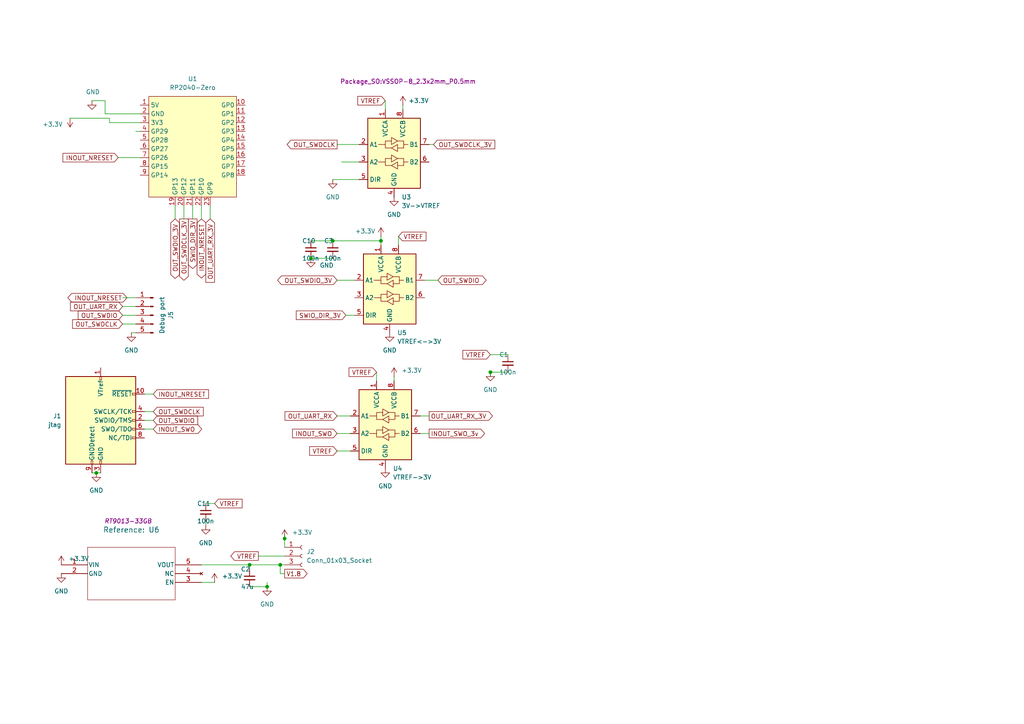
<source format=kicad_sch>
(kicad_sch (version 20231120) (generator "eeschema") (generator_version "8.0")
  (paper "A4")
  (title_block (title "Swindle RP2040 ZERO") (rev "0"))
  (lib_symbols
    (symbol "2024-10-20_09-04-45:RT9013-33GB" (pin_names (offset 0.254))
      (property "Reference" "U" (at 20.32 10.16 0))
      (property "Value" "RT9013-33GB" (at 20.32 7.62 0))
      (symbol "RT9013-33GB_0_1"
        (polyline (pts (xy 7.62 -10.16) (xy 33.02 -10.16)) (stroke (width 0.127)))
        (polyline (pts (xy 7.62 5.08) (xy 7.62 -10.16)) (stroke (width 0.127)))
        (polyline (pts (xy 33.02 -10.16) (xy 33.02 5.08)) (stroke (width 0.127)))
        (polyline (pts (xy 33.02 5.08) (xy 7.62 5.08)) (stroke (width 0.127)))
        (pin input line (at 0 0 0) (length 7.62) (name "VIN") (number "1"))
        (pin power_out line (at 0 -2.54 0) (length 7.62) (name "GND") (number "2"))
        (pin unspecified line (at 40.64 -5.08 180) (length 7.62) (name "EN") (number "3"))
        (pin no_connect line (at 40.64 -2.54 180) (length 7.62) (name "NC") (number "4"))
        (pin output line (at 40.64 0 180) (length 7.62) (name "VOUT") (number "5"))
      )
    )
    (symbol "CarrierZero:RP2040-Zero"
      (property "Reference" "U" (at 0 0 0))
      (property "Value" "RP2040-Zero" (at 0 8.89 0))
      (symbol "RP2040-Zero_0_1"
        (rectangle (start -12.7 7.62) (end 12.7 -21.59) (fill (type background)))
      )
      (symbol "RP2040-Zero_1_1"
        (pin power_in line (at -15.24 5.08 0) (length 2.54) (name "5V") (number "1"))
        (pin bidirectional line (at 15.24 5.08 180) (length 2.54) (name "GP0") (number "10"))
        (pin bidirectional line (at 15.24 2.54 180) (length 2.54) (name "GP1") (number "11"))
        (pin bidirectional line (at 15.24 0 180) (length 2.54) (name "GP2") (number "12"))
        (pin bidirectional line (at 15.24 -2.54 180) (length 2.54) (name "GP3") (number "13"))
        (pin bidirectional line (at 15.24 -5.08 180) (length 2.54) (name "GP4") (number "14"))
        (pin bidirectional line (at 15.24 -7.62 180) (length 2.54) (name "GP5") (number "15"))
        (pin bidirectional line (at 15.24 -10.16 180) (length 2.54) (name "GP6") (number "16"))
        (pin bidirectional line (at 15.24 -12.7 180) (length 2.54) (name "GP7") (number "17"))
        (pin bidirectional line (at 15.24 -15.24 180) (length 2.54) (name "GP8") (number "18"))
        (pin bidirectional line (at -5.08 -24.13 90) (length 2.54) (name "GP13") (number "19"))
        (pin power_in line (at -15.24 2.54 0) (length 2.54) (name "GND") (number "2"))
        (pin bidirectional line (at -2.54 -24.13 90) (length 2.54) (name "GP12") (number "20"))
        (pin bidirectional line (at 0 -24.13 90) (length 2.54) (name "GP11") (number "21"))
        (pin bidirectional line (at 2.54 -24.13 90) (length 2.54) (name "GP10") (number "22"))
        (pin bidirectional line (at 5.08 -24.13 90) (length 2.54) (name "GP9") (number "23"))
        (pin power_in line (at -15.24 0 0) (length 2.54) (name "3V3") (number "3"))
        (pin bidirectional line (at -15.24 -2.54 0) (length 2.54) (name "GP29") (number "4"))
        (pin bidirectional line (at -15.24 -5.08 0) (length 2.54) (name "GP28") (number "5"))
        (pin bidirectional line (at -15.24 -7.62 0) (length 2.54) (name "GP27") (number "6"))
        (pin bidirectional line (at -15.24 -10.16 0) (length 2.54) (name "GP26") (number "7"))
        (pin bidirectional line (at -15.24 -12.7 0) (length 2.54) (name "GP15") (number "8"))
        (pin bidirectional line (at -15.24 -15.24 0) (length 2.54) (name "GP14") (number "9"))
      )
    )
    (symbol "Connector:Conn_01x03_Socket" (pin_names (offset 1.016) hide)
      (property "Reference" "J" (at 0 5.08 0))
      (property "Value" "Conn_01x03_Socket" (at 0 -5.08 0))
      (symbol "Conn_01x03_Socket_1_1"
        (arc (start 0 -2.032) (mid -0.5058 -2.54) (end 0 -3.048) (stroke (width 0.1524)))
        (polyline (pts (xy -1.27 -2.54) (xy -0.508 -2.54)) (stroke (width 0.1524)))
        (polyline (pts (xy -1.27 0) (xy -0.508 0)) (stroke (width 0.1524)))
        (polyline (pts (xy -1.27 2.54) (xy -0.508 2.54)) (stroke (width 0.1524)))
        (arc (start 0 0.508) (mid -0.5058 0) (end 0 -0.508) (stroke (width 0.1524)))
        (arc (start 0 3.048) (mid -0.5058 2.54) (end 0 2.032) (stroke (width 0.1524)))
        (pin passive line (at -5.08 2.54 0) (length 3.81) (name "Pin_1") (number "1"))
        (pin passive line (at -5.08 0 0) (length 3.81) (name "Pin_2") (number "2"))
        (pin passive line (at -5.08 -2.54 0) (length 3.81) (name "Pin_3") (number "3"))
      )
    )
    (symbol "Connector:Conn_01x05_Male" (pin_names (offset 1.016) hide)
      (property "Reference" "J" (at 0 7.62 0))
      (property "Value" "Conn_01x05_Male" (at 0 -7.62 0))
      (symbol "Conn_01x05_Male_1_1"
        (polyline (pts (xy 1.27 -5.08) (xy 0.8636 -5.08)) (stroke (width 0.1524)))
        (polyline (pts (xy 1.27 -2.54) (xy 0.8636 -2.54)) (stroke (width 0.1524)))
        (polyline (pts (xy 1.27 0) (xy 0.8636 0)) (stroke (width 0.1524)))
        (polyline (pts (xy 1.27 2.54) (xy 0.8636 2.54)) (stroke (width 0.1524)))
        (polyline (pts (xy 1.27 5.08) (xy 0.8636 5.08)) (stroke (width 0.1524)))
        (rectangle (start 0.8636 -4.953) (end 0 -5.207) (stroke (width 0.1524)) (fill (type outline)))
        (rectangle (start 0.8636 -2.413) (end 0 -2.667) (stroke (width 0.1524)) (fill (type outline)))
        (rectangle (start 0.8636 0.127) (end 0 -0.127) (stroke (width 0.1524)) (fill (type outline)))
        (rectangle (start 0.8636 2.667) (end 0 2.413) (stroke (width 0.1524)) (fill (type outline)))
        (rectangle (start 0.8636 5.207) (end 0 4.953) (stroke (width 0.1524)) (fill (type outline)))
        (pin passive line (at 5.08 5.08 180) (length 3.81) (name "Pin_1") (number "1"))
        (pin passive line (at 5.08 2.54 180) (length 3.81) (name "Pin_2") (number "2"))
        (pin passive line (at 5.08 0 180) (length 3.81) (name "Pin_3") (number "3"))
        (pin passive line (at 5.08 -2.54 180) (length 3.81) (name "Pin_4") (number "4"))
        (pin passive line (at 5.08 -5.08 180) (length 3.81) (name "Pin_5") (number "5"))
      )
    )
    (symbol "Connector:Conn_ARM_JTAG_SWD_10" (pin_names (offset 1.016))
      (property "Reference" "J" (at -2.54 16.51 0))
      (property "Value" "Conn_ARM_JTAG_SWD_10" (at -2.54 13.97 0))
      (symbol "Conn_ARM_JTAG_SWD_10_0_1"
        (rectangle (start -10.16 12.7) (end 10.16 -12.7) (stroke (width 0.254)) (fill (type background)))
        (rectangle (start -2.794 -12.7) (end -2.286 -11.684))
        (rectangle (start -0.254 -12.7) (end 0.254 -11.684))
        (rectangle (start -0.254 12.7) (end 0.254 11.684))
        (rectangle (start 9.144 2.286) (end 10.16 2.794))
        (rectangle (start 10.16 -2.794) (end 9.144 -2.286))
        (rectangle (start 10.16 -0.254) (end 9.144 0.254))
        (rectangle (start 10.16 7.874) (end 9.144 7.366))
      )
      (symbol "Conn_ARM_JTAG_SWD_10_1_1"
        (rectangle (start 9.144 -5.334) (end 10.16 -4.826))
        (pin power_in line (at 0 15.24 270) (length 2.54) (name "VTref") (number "1"))
        (pin open_collector line (at 12.7 7.62 180) (length 2.54) (name "~{RESET}") (number "10"))
        (pin bidirectional line (at 12.7 0 180) (length 2.54) (name "SWDIO/TMS") (number "2"))
        (pin power_in line (at 0 -15.24 90) (length 2.54) (name "GND") (number "3"))
        (pin output line (at 12.7 2.54 180) (length 2.54) (name "SWCLK/TCK") (number "4"))
        (pin passive line (at 0 -15.24 90) (length 2.54) hide (name "GND") (number "5"))
        (pin input line (at 12.7 -2.54 180) (length 2.54) (name "SWO/TDO") (number "6"))
        (pin no_connect line (at -10.16 0 0) (length 2.54) hide (name "KEY") (number "7"))
        (pin output line (at 12.7 -5.08 180) (length 2.54) (name "NC/TDI") (number "8"))
        (pin passive line (at -2.54 -15.24 90) (length 2.54) (name "GNDDetect") (number "9"))
      )
    )
    (symbol "Device:C_Small" (pin_numbers hide) (pin_names (offset 0.254) hide)
      (property "Reference" "C" (at 0.254 1.778 0))
      (property "Value" "C_Small" (at 0.254 -2.032 0))
      (symbol "C_Small_0_1"
        (polyline (pts (xy -1.524 -0.508) (xy 1.524 -0.508)) (stroke (width 0.3302)))
        (polyline (pts (xy -1.524 0.508) (xy 1.524 0.508)) (stroke (width 0.3048)))
      )
      (symbol "C_Small_1_1"
        (pin passive line (at 0 2.54 270) (length 2.032) (name "~") (number "1"))
        (pin passive line (at 0 -2.54 90) (length 2.032) (name "~") (number "2"))
      )
    )
    (symbol "Logic_LevelTranslator:SN74LVC2T45DCUR"
      (property "Reference" "U" (at -6.35 11.43 0))
      (property "Value" "SN74LVC2T45DCUR" (at 3.81 11.43 0))
      (symbol "SN74LVC2T45DCUR_0_1"
        (rectangle (start -7.62 10.16) (end 7.62 -10.16) (stroke (width 0.254)) (fill (type background)))
        (polyline (pts (xy -2.54 2.54) (xy -2.54 3.556) (xy -0.762 3.556)))
        (polyline (pts (xy 2.794 2.54) (xy 2.794 1.524) (xy 1.016 1.524)))
        (polyline (pts (xy -0.762 1.524) (xy -2.54 1.524) (xy -2.54 2.54) (xy -4.572 2.54)))
        (polyline (pts (xy -0.762 2.54) (xy -0.762 4.572) (xy 1.016 3.556) (xy -0.762 2.54)))
        (polyline (pts (xy 1.016 3.556) (xy 2.794 3.556) (xy 2.794 2.54) (xy 4.064 2.54)))
        (polyline (pts (xy 1.016 2.54) (xy 1.016 0.762) (xy 1.016 0.508) (xy -0.762 1.524) (xy 1.016 2.54)))
      )
      (symbol "SN74LVC2T45DCUR_1_1"
        (polyline (pts (xy -2.54 -2.54) (xy -2.54 -1.524) (xy -0.762 -1.524)))
        (polyline (pts (xy 2.794 -2.54) (xy 2.794 -3.556) (xy 1.016 -3.556)))
        (polyline (pts (xy -0.762 -3.556) (xy -2.54 -3.556) (xy -2.54 -2.54) (xy -4.572 -2.54)))
        (polyline (pts (xy -0.762 -2.54) (xy -0.762 -0.508) (xy 1.016 -1.524) (xy -0.762 -2.54)))
        (polyline (pts (xy 1.016 -1.524) (xy 2.794 -1.524) (xy 2.794 -2.54) (xy 4.064 -2.54)))
        (polyline (pts (xy 1.016 -2.54) (xy 1.016 -4.318) (xy 1.016 -4.572) (xy -0.762 -3.556) (xy 1.016 -2.54)))
        (pin power_in line (at -2.54 12.7 270) (length 2.54) (name "VCCA") (number "1"))
        (pin bidirectional line (at -10.16 2.54 0) (length 2.54) (name "A1") (number "2"))
        (pin bidirectional line (at -10.16 -2.54 0) (length 2.54) (name "A2") (number "3"))
        (pin power_in line (at 0 -12.7 90) (length 2.54) (name "GND") (number "4"))
        (pin input line (at -10.16 -7.62 0) (length 2.54) (name "DIR") (number "5"))
        (pin bidirectional line (at 10.16 -2.54 180) (length 2.54) (name "B2") (number "6"))
        (pin bidirectional line (at 10.16 2.54 180) (length 2.54) (name "B1") (number "7"))
        (pin power_in line (at 2.54 12.7 270) (length 2.54) (name "VCCB") (number "8"))
      )
    )
    (symbol "power:+3.3V" (power) (pin_numbers hide) (pin_names (offset 0) hide)
      (property "Value" "+3.3V" (at 0 3.556 0))
      (symbol "+3.3V_0_1"
        (polyline (pts (xy -0.762 1.27) (xy 0 2.54)))
        (polyline (pts (xy 0 0) (xy 0 2.54)))
        (polyline (pts (xy 0 2.54) (xy 0.762 1.27)))
      )
      (symbol "+3.3V_1_1"
        (pin power_in line (at 0 0 90) (length 0) (name "~") (number "1"))
      )
    )
    (symbol "power:GND" (power) (pin_numbers hide) (pin_names (offset 0) hide)
      (property "Value" "GND" (at 0 -3.81 0))
      (symbol "GND_0_1"
        (polyline (pts (xy 0 0) (xy 0 -1.27) (xy 1.27 -1.27) (xy 0 -2.54) (xy -1.27 -1.27) (xy 0 -1.27)))
      )
      (symbol "GND_1_1"
        (pin power_in line (at 0 0 270) (length 0) (name "~") (number "1"))
      )
    )
  )
  (junction (at 96.52 69.85))
  (junction (at 77.47 170.18))
  (junction (at 90.17 74.93))
  (junction (at 81.28 163.83))
  (junction (at 27.94 137.16))
  (junction (at 82.55 156.21))
  (junction (at 110.49 69.85))
  (junction (at 72.39 163.83))
  (junction (at 142.24 107.95))
  (wire (pts (xy 30.48 33.02) (xy 40.64 33.02)))
  (wire (pts (xy 121.92 120.65) (xy 124.46 120.65)))
  (wire (pts (xy 81.28 166.37) (xy 81.28 163.83)))
  (wire (pts (xy 60.96 59.69) (xy 60.96 63.5)))
  (wire (pts (xy 31.75 35.56) (xy 40.64 35.56)))
  (wire (pts (xy 41.91 119.38) (xy 44.45 119.38)))
  (wire (pts (xy 55.88 59.69) (xy 55.88 63.5)))
  (wire (pts (xy 97.79 130.81) (xy 101.6 130.81)))
  (wire (pts (xy 90.17 74.93) (xy 96.52 74.93)))
  (wire (pts (xy 53.34 59.69) (xy 53.34 63.5)))
  (wire (pts (xy 30.48 29.21) (xy 26.67 29.21)))
  (wire (pts (xy 123.19 81.28) (xy 127 81.28)))
  (wire (pts (xy 142.24 107.95) (xy 142.24 109.22)))
  (wire (pts (xy 72.39 170.18) (xy 77.47 170.18)))
  (wire (pts (xy 109.22 107.95) (xy 109.22 110.49)))
  (wire (pts (xy 96.52 69.85) (xy 110.49 69.85)))
  (wire (pts (xy 38.1 96.52) (xy 39.37 96.52)))
  (wire (pts (xy 20.32 34.29) (xy 31.75 34.29)))
  (wire (pts (xy 35.56 86.36) (xy 39.37 86.36)))
  (wire (pts (xy 77.47 168.91) (xy 77.47 170.18)))
  (wire (pts (xy 59.69 151.13) (xy 59.69 152.4)))
  (wire (pts (xy 27.94 137.16) (xy 29.21 137.16)))
  (wire (pts (xy 59.69 146.05) (xy 62.23 146.05)))
  (wire (pts (xy 96.52 52.07) (xy 104.14 52.07)))
  (wire (pts (xy 97.79 81.28) (xy 102.87 81.28)))
  (wire (pts (xy 39.37 38.1) (xy 40.64 38.1)))
  (wire (pts (xy 41.91 121.92) (xy 44.45 121.92)))
  (wire (pts (xy 111.76 29.21) (xy 111.76 31.75)))
  (wire (pts (xy 30.48 33.02) (xy 30.48 29.21)))
  (wire (pts (xy 82.55 156.21) (xy 82.55 158.75)))
  (wire (pts (xy 74.93 161.29) (xy 82.55 161.29)))
  (wire (pts (xy 147.32 107.95) (xy 142.24 107.95)))
  (wire (pts (xy 41.91 114.3) (xy 44.45 114.3)))
  (wire (pts (xy 82.55 166.37) (xy 81.28 166.37)))
  (wire (pts (xy 97.79 125.73) (xy 101.6 125.73)))
  (wire (pts (xy 121.92 125.73) (xy 124.46 125.73)))
  (wire (pts (xy 110.49 68.58) (xy 110.49 69.85)))
  (wire (pts (xy 110.49 69.85) (xy 110.49 71.12)))
  (wire (pts (xy 90.17 69.85) (xy 96.52 69.85)))
  (wire (pts (xy 97.79 120.65) (xy 101.6 120.65)))
  (wire (pts (xy 35.56 88.9) (xy 39.37 88.9)))
  (wire (pts (xy 116.84 30.48) (xy 116.84 31.75)))
  (wire (pts (xy 97.79 41.91) (xy 104.14 41.91)))
  (wire (pts (xy 35.56 93.98) (xy 39.37 93.98)))
  (wire (pts (xy 81.28 163.83) (xy 82.55 163.83)))
  (wire (pts (xy 72.39 163.83) (xy 81.28 163.83)))
  (wire (pts (xy 124.46 41.91) (xy 125.73 41.91)))
  (wire (pts (xy 58.42 168.91) (xy 62.23 168.91)))
  (wire (pts (xy 114.3 109.22) (xy 114.3 110.49)))
  (wire (pts (xy 31.75 34.29) (xy 31.75 35.56)))
  (wire (pts (xy 142.24 102.87) (xy 147.32 102.87)))
  (wire (pts (xy 58.42 163.83) (xy 72.39 163.83)))
  (wire (pts (xy 100.33 91.44) (xy 102.87 91.44)))
  (wire (pts (xy 115.57 68.58) (xy 115.57 71.12)))
  (wire (pts (xy 58.42 59.69) (xy 58.42 63.5)))
  (wire (pts (xy 34.29 45.72) (xy 40.64 45.72)))
  (wire (pts (xy 35.56 91.44) (xy 39.37 91.44)))
  (wire (pts (xy 82.55 154.94) (xy 82.55 156.21)))
  (wire (pts (xy 50.8 59.69) (xy 50.8 63.5)))
  (wire (pts (xy 99.06 46.99) (xy 104.14 46.99)))
  (wire (pts (xy 26.67 137.16) (xy 27.94 137.16)))
  (wire (pts (xy 41.91 124.46) (xy 44.45 124.46)))
  (wire (pts (xy 72.39 163.83) (xy 72.39 165.1)))
  (global_label "INOUT_NRESET" (shape input) (at 34.29 45.72 180) (property "Intersheetrefs" "${INTERSHEET_REFS}" (effects (hide yes))))
  (global_label "INOUT_SWO" (shape bidirectional) (at 44.45 124.46 0) (property "Intersheetrefs" "${INTERSHEET_REFS}" (effects (hide yes))))
  (global_label "VTREF" (shape input) (at 111.76 29.21 180) (property "Intersheetrefs" "${INTERSHEET_REFS}" (effects (hide yes))))
  (global_label "INOUT_SWO_3v" (shape output) (at 124.46 125.73 0) (property "Intersheetrefs" "${INTERSHEET_REFS}" (effects (hide yes))))
  (global_label "OUT_UART_RX_3V" (shape output) (at 124.46 120.65 0) (property "Intersheetrefs" "${INTERSHEET_REFS}" (effects (hide yes))))
  (global_label "V1.8" (shape output) (at 82.55 166.37 0) (property "Intersheetrefs" "${INTERSHEET_REFS}" (effects (hide yes))))
  (global_label "OUT_SWDIO" (shape input) (at 44.45 121.92 0) (property "Intersheetrefs" "${INTERSHEET_REFS}" (effects (hide yes))))
  (global_label "OUT_SWDIO" (shape input) (at 35.56 91.44 180) (property "Intersheetrefs" "${INTERSHEET_REFS}" (effects (hide yes))))
  (global_label "INOUT_NRESET" (shape input) (at 44.45 114.3 0) (property "Intersheetrefs" "${INTERSHEET_REFS}" (effects (hide yes))))
  (global_label "OUT_UART_RX" (shape input) (at 35.56 88.9 180) (property "Intersheetrefs" "${INTERSHEET_REFS}" (effects (hide yes))))
  (global_label "VTREF" (shape input) (at 97.79 130.81 180) (property "Intersheetrefs" "${INTERSHEET_REFS}" (effects (hide yes))))
  (global_label "OUT_UART_RX" (shape input) (at 97.79 120.65 180) (property "Intersheetrefs" "${INTERSHEET_REFS}" (effects (hide yes))))
  (global_label "OUT_SWDCLK_3V" (shape output) (at 53.34 63.5 270) (property "Intersheetrefs" "${INTERSHEET_REFS}" (effects (hide yes))))
  (global_label "OUT_SWDIO_3V" (shape bidirectional) (at 50.8 63.5 270) (property "Intersheetrefs" "${INTERSHEET_REFS}" (effects (hide yes))))
  (global_label "OUT_SWDCLK" (shape input) (at 35.56 93.98 180) (property "Intersheetrefs" "${INTERSHEET_REFS}" (effects (hide yes))))
  (global_label "OUT_SWDCLK" (shape input) (at 44.45 119.38 0) (property "Intersheetrefs" "${INTERSHEET_REFS}" (effects (hide yes))))
  (global_label "INOUT_SWO" (shape input) (at 97.79 125.73 180) (property "Intersheetrefs" "${INTERSHEET_REFS}" (effects (hide yes))))
  (global_label "INOUT_NRESET" (shape bidirectional) (at 58.42 63.5 270) (property "Intersheetrefs" "${INTERSHEET_REFS}" (effects (hide yes))))
  (global_label "SWIO_DIR_3V" (shape input) (at 100.33 91.44 180) (property "Intersheetrefs" "${INTERSHEET_REFS}" (effects (hide yes))))
  (global_label "VTREF" (shape input) (at 115.57 68.58 0) (property "Intersheetrefs" "${INTERSHEET_REFS}" (effects (hide yes))))
  (global_label "OUT_UART_RX_3V" (shape input) (at 60.96 63.5 270) (property "Intersheetrefs" "${INTERSHEET_REFS}" (effects (hide yes))))
  (global_label "INOUT_NRESET" (shape bidirectional) (at 36.83 86.36 180) (property "Intersheetrefs" "${INTERSHEET_REFS}" (effects (hide yes))))
  (global_label "VTREF" (shape input) (at 142.24 102.87 180) (property "Intersheetrefs" "${INTERSHEET_REFS}" (effects (hide yes))))
  (global_label "SWIO_DIR_3V" (shape output) (at 55.88 63.5 270) (property "Intersheetrefs" "${INTERSHEET_REFS}" (effects (hide yes))))
  (global_label "OUT_SWDCLK_3V" (shape input) (at 125.73 41.91 0) (property "Intersheetrefs" "${INTERSHEET_REFS}" (effects (hide yes))))
  (global_label "VTREF" (shape input) (at 109.22 107.95 180) (property "Intersheetrefs" "${INTERSHEET_REFS}" (effects (hide yes))))
  (global_label "VTREF" (shape output) (at 74.93 161.29 180) (property "Intersheetrefs" "${INTERSHEET_REFS}" (effects (hide yes))))
  (global_label "OUT_SWDCLK" (shape output) (at 97.79 41.91 180) (property "Intersheetrefs" "${INTERSHEET_REFS}" (effects (hide yes))))
  (global_label "OUT_SWDIO" (shape bidirectional) (at 127 81.28 0) (property "Intersheetrefs" "${INTERSHEET_REFS}" (effects (hide yes))))
  (global_label "VTREF" (shape input) (at 62.23 146.05 0) (property "Intersheetrefs" "${INTERSHEET_REFS}" (effects (hide yes))))
  (global_label "OUT_SWDIO_3V" (shape bidirectional) (at 97.79 81.28 180) (property "Intersheetrefs" "${INTERSHEET_REFS}" (effects (hide yes))))
  (symbol (lib_id "Connector:Conn_01x05_Male") (at 44.45 91.44 0) (mirror y) (unit 1)
    (property "Reference" "J5" (at 49.53 91.44 90))
    (property "Value" "Debug port" (at 46.99 91.44 90))
    (property "Footprint" "Con5" (effects (hide yes)))
  )
  (symbol (lib_id "power:GND") (at 59.69 152.4 0) (unit 1)
    (property "Reference" "#PWR013" (effects (hide yes)))
    (property "Value" "GND" (at 59.69 157.48 0))
    (property "Description" "Power symbol creates a global label with name \"GND\" , ground" (effects (hide yes)))
  )
  (symbol (lib_id "Connector:Conn_01x03_Socket") (at 87.63 161.29 0) (unit 1)
    (property "Reference" "J2" (at 88.9 160.0199 0) (effects (justify left)))
    (property "Value" "Conn_01x03_Socket" (at 88.9 162.5599 0) (effects (justify left)))
    (property "Footprint" "Connector_PinHeader_2.54mm:PinHeader_1x03_P2.54mm_Vertical" (effects (hide yes)))
    (property "Description" "Generic connector, single row, 01x03, script generated" (effects (hide yes)))
  )
  (symbol (lib_id "Logic_LevelTranslator:SN74LVC2T45DCUR") (at 113.03 83.82 0) (unit 1)
    (property "Reference" "U5" (at 115.2241 96.52 0) (effects (justify left)))
    (property "Value" "VTREF<->3V" (at 115.2241 99.06 0) (effects (justify left)))
    (property "Footprint" "Package_SO:VSSOP-8_2.3x2mm_P0.5mm" (effects (hide yes)))
    (property "Datasheet" "http://www.ti.com/lit/ds/symlink/sn74lvc2t45.pdf" (effects (hide yes)))
    (property "Description" "Dual-Bit Dual-Supply Bus Transceiver With Configurable Voltage Translation and 3-State Outputs, VSSOP-8" (effects (hide yes)))
  )
  (symbol (lib_id "power:GND") (at 27.94 137.16 0) (unit 1)
    (property "Reference" "#PWR010" (effects (hide yes)))
    (property "Value" "GND" (at 27.94 142.24 0))
    (property "Description" "Power symbol creates a global label with name \"GND\" , ground" (effects (hide yes)))
  )
  (symbol (lib_id "Logic_LevelTranslator:SN74LVC2T45DCUR") (at 114.3 44.45 0) (unit 1)
    (property "Reference" "U3" (at 116.4941 57.15 0) (effects (justify left)))
    (property "Value" "3V->VTREF" (at 116.4941 59.69 0) (effects (justify left)))
    (property "Footprint" "Package_SO:VSSOP-8_2.3x2mm_P0.5mm" (at 118.364 23.622 0))
    (property "Datasheet" "http://www.ti.com/lit/ds/symlink/sn74lvc2t45.pdf" (effects (hide yes)))
    (property "Description" "Dual-Bit Dual-Supply Bus Transceiver With Configurable Voltage Translation and 3-State Outputs, VSSOP-8" (effects (hide yes)))
  )
  (symbol (lib_id "2024-10-20_09-04-45:RT9013-33GB") (at 17.78 163.83 0) (unit 1)
    (property "Reference" "U6" (at 38.1 153.67 0) (show_name yes) (effects (font (size 1.524 1.524))))
    (property "Value" "RT9013-33GB" (effects (hide yes)))
    (property "Footprint" "PCM_Package_TO_SOT_SMD_AKL:TSOT-23-5" (effects (hide yes)))
    (property "Datasheet" "RT9013-33GB" (at 37.084 151.13 0) (effects (font (italic yes))))
  )
  (symbol (lib_id "Device:C_Small") (at 72.39 167.64 0) (unit 1)
    (property "Reference" "C2" (at 69.85 165.1 0) (effects (justify left)))
    (property "Value" "47u" (at 69.85 170.18 0) (effects (justify left)))
    (property "Footprint" "Resistor_SMD:R_1210_3225Metric" (effects (hide yes)))
    (property "Description" "Unpolarized capacitor, small symbol" (effects (hide yes)))
  )
  (symbol (lib_id "power:GND") (at 77.47 170.18 0) (unit 1)
    (property "Reference" "#PWR032" (effects (hide yes)))
    (property "Value" "GND" (at 77.47 175.26 0))
    (property "Description" "Power symbol creates a global label with name \"GND\" , ground" (effects (hide yes)))
  )
  (symbol (lib_id "power:GND") (at 113.03 96.52 0) (unit 1)
    (property "Reference" "#PWR026" (effects (hide yes)))
    (property "Value" "GND" (at 113.03 101.6 0))
    (property "Description" "Power symbol creates a global label with name \"GND\" , ground" (effects (hide yes)))
  )
  (symbol (lib_id "power:GND") (at 142.24 107.95 0) (unit 1)
    (property "Reference" "#PWR03" (effects (hide yes)))
    (property "Value" "GND" (at 142.24 113.03 0))
    (property "Description" "Power symbol creates a global label with name \"GND\" , ground" (effects (hide yes)))
  )
  (symbol (lib_id "power:GND") (at 96.52 52.07 0) (unit 1)
    (property "Reference" "#PWR028" (effects (hide yes)))
    (property "Value" "GND" (at 96.52 57.15 0))
    (property "Description" "Power symbol creates a global label with name \"GND\" , ground" (effects (hide yes)))
  )
  (symbol (lib_id "CarrierZero:RP2040-Zero") (at 55.88 35.56 0) (unit 1)
    (property "Reference" "U1" (at 55.88 22.86 0))
    (property "Value" "RP2040-Zero" (at 55.88 25.4 0))
    (property "Footprint" "RP2040 Carrier:RP2040 Zero" (effects (hide yes)))
  )
  (symbol (lib_id "Device:C_Small") (at 90.17 72.39 0) (unit 1)
    (property "Reference" "C10" (at 87.63 69.85 0) (effects (justify left)))
    (property "Value" "100n" (at 87.63 74.93 0) (effects (justify left)))
    (property "Footprint" "Resistor_SMD:R_0603_1608Metric" (effects (hide yes)))
    (property "Description" "Unpolarized capacitor, small symbol" (effects (hide yes)))
  )
  (symbol (lib_id "power:GND") (at 17.78 166.37 0) (unit 1)
    (property "Reference" "#PWR030" (effects (hide yes)))
    (property "Value" "GND" (at 17.78 171.45 0))
    (property "Description" "Power symbol creates a global label with name \"GND\" , ground" (effects (hide yes)))
  )
  (symbol (lib_id "power:GND") (at 90.17 74.93 0) (unit 1)
    (property "Reference" "#PWR027" (effects (hide yes)))
    (property "Value" "GND" (at 94.742 76.962 0))
    (property "Description" "Power symbol creates a global label with name \"GND\" , ground" (effects (hide yes)))
  )
  (symbol (lib_id "Logic_LevelTranslator:SN74LVC2T45DCUR") (at 111.76 123.19 0) (unit 1)
    (property "Reference" "U4" (at 113.9541 135.89 0) (effects (justify left)))
    (property "Value" "VTREF->3V" (at 113.9541 138.43 0) (effects (justify left)))
    (property "Footprint" "Package_SO:VSSOP-8_2.3x2mm_P0.5mm" (effects (hide yes)))
    (property "Datasheet" "http://www.ti.com/lit/ds/symlink/sn74lvc2t45.pdf" (effects (hide yes)))
    (property "Description" "Dual-Bit Dual-Supply Bus Transceiver With Configurable Voltage Translation and 3-State Outputs, VSSOP-8" (effects (hide yes)))
  )
  (symbol (lib_id "power:+3.3V") (at 62.23 168.91 0) (unit 1)
    (property "Reference" "#PWR031" (effects (hide yes)))
    (property "Value" "+3.3V" (at 67.31 167.132 0))
    (property "Description" "Power symbol creates a global label with name \"+3.3V\"" (effects (hide yes)))
  )
  (symbol (lib_id "power:+3.3V") (at 20.32 34.29 180) (unit 1)
    (property "Reference" "#PWR01" (effects (hide yes)))
    (property "Value" "+3.3V" (at 15.24 36.068 0))
    (property "Description" "Power symbol creates a global label with name \"+3.3V\"" (effects (hide yes)))
  )
  (symbol (lib_id "Device:C_Small") (at 59.69 148.59 0) (unit 1)
    (property "Reference" "C11" (at 57.15 146.05 0) (effects (justify left)))
    (property "Value" "100n" (at 57.15 151.13 0) (effects (justify left)))
    (property "Footprint" "Resistor_SMD:R_0603_1608Metric" (effects (hide yes)))
    (property "Description" "Unpolarized capacitor, small symbol" (effects (hide yes)))
  )
  (symbol (lib_id "Connector:Conn_ARM_JTAG_SWD_10") (at 29.21 121.92 0) (unit 1)
    (property "Reference" "J1" (at 17.78 120.6499 0) (effects (justify right)))
    (property "Value" "jtag" (at 17.78 123.1899 0) (effects (justify right)))
    (property "Footprint" "Connector_PinHeader_1.27mm:PinHeader_2x05_P1.27mm_Vertical_SMD" (effects (hide yes)))
    (property "Datasheet" "http://infocenter.arm.com/help/topic/com.arm.doc.ddi0314h/DDI0314H_coresight_components_trm.pdf" (effects (hide yes)))
    (property "Description" "Cortex Debug Connector, standard ARM Cortex-M SWD and JTAG interface" (effects (hide yes)))
  )
  (symbol (lib_id "power:+3.3V") (at 116.84 30.48 0) (unit 1)
    (property "Reference" "#PWR021" (effects (hide yes)))
    (property "Value" "+3.3V" (at 121.412 29.21 0))
    (property "Description" "Power symbol creates a global label with name \"+3.3V\"" (effects (hide yes)))
  )
  (symbol (lib_id "power:+3.3V") (at 114.3 109.22 0) (unit 1)
    (property "Reference" "#PWR022" (effects (hide yes)))
    (property "Value" "+3.3V" (at 119.38 107.442 0))
    (property "Description" "Power symbol creates a global label with name \"+3.3V\"" (effects (hide yes)))
  )
  (symbol (lib_id "power:+3.3V") (at 82.55 156.21 0) (unit 1)
    (property "Reference" "#PWR033" (effects (hide yes)))
    (property "Value" "+3.3V" (at 87.63 154.432 0))
    (property "Description" "Power symbol creates a global label with name \"+3.3V\"" (effects (hide yes)))
  )
  (symbol (lib_id "power:GND") (at 114.3 57.15 0) (unit 1)
    (property "Reference" "#PWR023" (effects (hide yes)))
    (property "Value" "GND" (at 114.3 62.23 0))
    (property "Description" "Power symbol creates a global label with name \"GND\" , ground" (effects (hide yes)))
  )
  (symbol (lib_id "power:+3.3V") (at 17.78 163.83 0) (unit 1)
    (property "Reference" "#PWR029" (effects (hide yes)))
    (property "Value" "+3.3V" (at 22.86 162.052 0))
    (property "Description" "Power symbol creates a global label with name \"+3.3V\"" (effects (hide yes)))
  )
  (symbol (lib_id "Device:C_Small") (at 147.32 105.41 0) (unit 1)
    (property "Reference" "C1" (at 144.78 102.87 0) (effects (justify left)))
    (property "Value" "100n" (at 144.78 107.95 0) (effects (justify left)))
    (property "Footprint" "Resistor_SMD:R_0603_1608Metric" (effects (hide yes)))
    (property "Description" "Unpolarized capacitor, small symbol" (effects (hide yes)))
  )
  (symbol (lib_id "power:+3.3V") (at 110.49 68.58 0) (unit 1)
    (property "Reference" "#PWR025" (effects (hide yes)))
    (property "Value" "+3.3V" (at 105.918 67.056 0))
    (property "Description" "Power symbol creates a global label with name \"+3.3V\"" (effects (hide yes)))
  )
  (symbol (lib_id "power:GND") (at 111.76 135.89 0) (unit 1)
    (property "Reference" "#PWR024" (effects (hide yes)))
    (property "Value" "GND" (at 111.76 140.97 0))
    (property "Description" "Power symbol creates a global label with name \"GND\" , ground" (effects (hide yes)))
  )
  (symbol (lib_id "Device:C_Small") (at 96.52 72.39 0) (unit 1)
    (property "Reference" "C3" (at 93.98 69.85 0) (effects (justify left)))
    (property "Value" "100n" (at 93.98 74.93 0) (effects (justify left)))
    (property "Footprint" "Resistor_SMD:R_0603_1608Metric" (effects (hide yes)))
    (property "Description" "Unpolarized capacitor, small symbol" (effects (hide yes)))
  )
  (symbol (lib_id "power:GND") (at 26.67 29.21 0) (unit 1)
    (property "Reference" "#PWR02" (effects (hide yes)))
    (property "Value" "GND" (at 26.924 26.67 0))
    (property "Description" "Power symbol creates a global label with name \"GND\" , ground" (effects (hide yes)))
  )
  (symbol (lib_id "power:GND") (at 38.1 96.52 0) (unit 1)
    (property "Reference" "#PWR020" (effects (hide yes)))
    (property "Value" "GND" (at 38.1 101.6 0))
    (property "Description" "Power symbol creates a global label with name \"GND\" , ground" (effects (hide yes)))
  )
)
</source>
